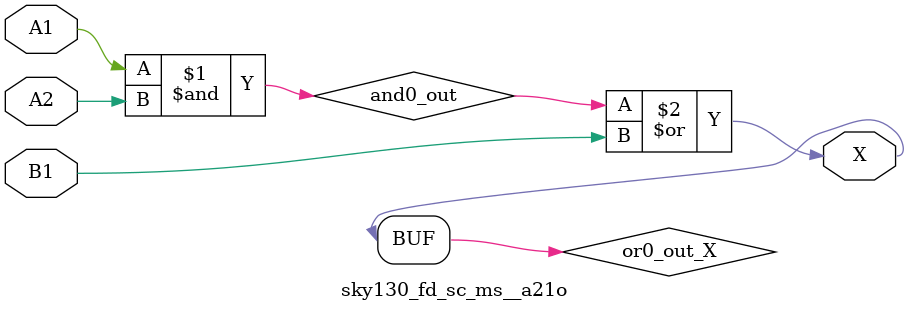
<source format=v>



module sky130_fd_sc_ms__a21o (
    X ,
    A1,
    A2,
    B1
);

    output X ;
    input  A1;
    input  A2;
    input  B1;

    wire and0_out ;
    wire or0_out_X;

    and and0 (and0_out , A1, A2         );
    or  or0  (or0_out_X, and0_out, B1   );
    buf buf0 (X        , or0_out_X      );

endmodule

</source>
